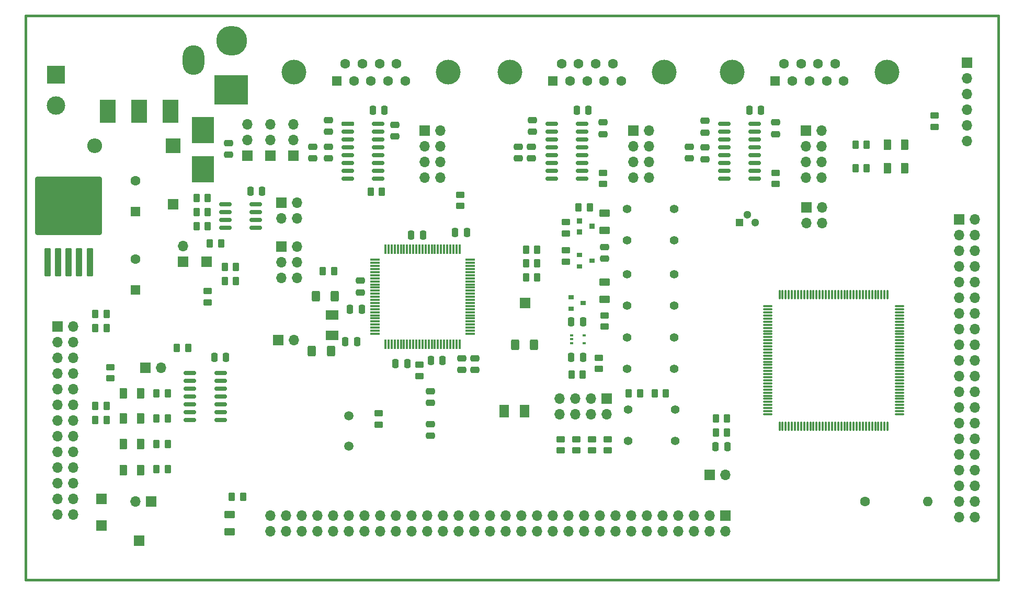
<source format=gbr>
%TF.GenerationSoftware,KiCad,Pcbnew,8.99.0-344-gfbc433deaa-dirty*%
%TF.CreationDate,2024-03-11T18:45:51+01:00*%
%TF.ProjectId,kit-dev-coldfire-xilinx_5213,6b69742d-6465-4762-9d63-6f6c64666972,2*%
%TF.SameCoordinates,Original*%
%TF.FileFunction,Soldermask,Top*%
%TF.FilePolarity,Negative*%
%FSLAX46Y46*%
G04 Gerber Fmt 4.6, Leading zero omitted, Abs format (unit mm)*
G04 Created by KiCad (PCBNEW 8.99.0-344-gfbc433deaa-dirty) date 2024-03-11 18:45:51*
%MOMM*%
%LPD*%
G01*
G04 APERTURE LIST*
G04 Aperture macros list*
%AMRoundRect*
0 Rectangle with rounded corners*
0 $1 Rounding radius*
0 $2 $3 $4 $5 $6 $7 $8 $9 X,Y pos of 4 corners*
0 Add a 4 corners polygon primitive as box body*
4,1,4,$2,$3,$4,$5,$6,$7,$8,$9,$2,$3,0*
0 Add four circle primitives for the rounded corners*
1,1,$1+$1,$2,$3*
1,1,$1+$1,$4,$5*
1,1,$1+$1,$6,$7*
1,1,$1+$1,$8,$9*
0 Add four rect primitives between the rounded corners*
20,1,$1+$1,$2,$3,$4,$5,0*
20,1,$1+$1,$4,$5,$6,$7,0*
20,1,$1+$1,$6,$7,$8,$9,0*
20,1,$1+$1,$8,$9,$2,$3,0*%
G04 Aperture macros list end*
%ADD10C,1.397000*%
%ADD11R,1.700000X1.700000*%
%ADD12O,1.700000X1.700000*%
%ADD13RoundRect,0.250000X-0.475000X0.250000X-0.475000X-0.250000X0.475000X-0.250000X0.475000X0.250000X0*%
%ADD14RoundRect,0.250000X0.475000X-0.250000X0.475000X0.250000X-0.475000X0.250000X-0.475000X-0.250000X0*%
%ADD15RoundRect,0.250000X0.250000X0.475000X-0.250000X0.475000X-0.250000X-0.475000X0.250000X-0.475000X0*%
%ADD16RoundRect,0.250000X-0.250000X-0.475000X0.250000X-0.475000X0.250000X0.475000X-0.250000X0.475000X0*%
%ADD17R,2.032000X1.524000*%
%ADD18R,1.524000X2.032000*%
%ADD19R,1.600000X1.600000*%
%ADD20C,1.600000*%
%ADD21R,0.900000X0.800000*%
%ADD22R,2.400000X2.400000*%
%ADD23O,2.400000X2.400000*%
%ADD24RoundRect,0.250000X0.375000X0.625000X-0.375000X0.625000X-0.375000X-0.625000X0.375000X-0.625000X0*%
%ADD25R,3.556000X4.191000*%
%ADD26RoundRect,0.250000X0.400000X0.625000X-0.400000X0.625000X-0.400000X-0.625000X0.400000X-0.625000X0*%
%ADD27R,5.500000X4.800600*%
%ADD28O,5.000000X4.800600*%
%ADD29O,3.500000X4.800600*%
%ADD30RoundRect,0.250000X-0.400000X-0.625000X0.400000X-0.625000X0.400000X0.625000X-0.400000X0.625000X0*%
%ADD31RoundRect,0.250000X-0.375000X-0.625000X0.375000X-0.625000X0.375000X0.625000X-0.375000X0.625000X0*%
%ADD32RoundRect,0.250000X0.625000X-0.375000X0.625000X0.375000X-0.625000X0.375000X-0.625000X-0.375000X0*%
%ADD33R,1.300000X1.300000*%
%ADD34C,1.300000*%
%ADD35R,0.914400X0.914400*%
%ADD36RoundRect,0.250000X0.450000X-0.262500X0.450000X0.262500X-0.450000X0.262500X-0.450000X-0.262500X0*%
%ADD37RoundRect,0.250000X-0.262500X-0.450000X0.262500X-0.450000X0.262500X0.450000X-0.262500X0.450000X0*%
%ADD38RoundRect,0.250000X0.262500X0.450000X-0.262500X0.450000X-0.262500X-0.450000X0.262500X-0.450000X0*%
%ADD39RoundRect,0.250000X-0.450000X0.262500X-0.450000X-0.262500X0.450000X-0.262500X0.450000X0.262500X0*%
%ADD40O,1.600000X1.600000*%
%ADD41R,2.540000X3.810000*%
%ADD42R,3.000000X3.000000*%
%ADD43C,3.000000*%
%ADD44RoundRect,0.075000X-0.075000X0.725000X-0.075000X-0.725000X0.075000X-0.725000X0.075000X0.725000X0*%
%ADD45RoundRect,0.075000X-0.725000X0.075000X-0.725000X-0.075000X0.725000X-0.075000X0.725000X0.075000X0*%
%ADD46R,0.508000X0.304800*%
%ADD47RoundRect,0.150000X-0.825000X-0.150000X0.825000X-0.150000X0.825000X0.150000X-0.825000X0.150000X0*%
%ADD48RoundRect,0.150000X0.825000X0.150000X-0.825000X0.150000X-0.825000X-0.150000X0.825000X-0.150000X0*%
%ADD49RoundRect,0.088235X-0.886765X-0.211765X0.886765X-0.211765X0.886765X0.211765X-0.886765X0.211765X0*%
%ADD50RoundRect,0.250000X0.300000X-2.050000X0.300000X2.050000X-0.300000X2.050000X-0.300000X-2.050000X0*%
%ADD51RoundRect,0.250002X5.149998X-4.449998X5.149998X4.449998X-5.149998X4.449998X-5.149998X-4.449998X0*%
%ADD52C,1.500000*%
%ADD53RoundRect,0.075000X-0.075000X0.662500X-0.075000X-0.662500X0.075000X-0.662500X0.075000X0.662500X0*%
%ADD54RoundRect,0.075000X-0.662500X0.075000X-0.662500X-0.075000X0.662500X-0.075000X0.662500X0.075000X0*%
%ADD55C,4.000000*%
%TA.AperFunction,Profile*%
%ADD56C,0.381000*%
%TD*%
G04 APERTURE END LIST*
D10*
%TO.C,ABRT_SW101*%
X168529000Y-97790000D03*
X176149000Y-97790000D03*
X168529000Y-102870000D03*
X176149000Y-102870000D03*
%TD*%
D11*
%TO.C,ALLPST101*%
X152019000Y-102489000D03*
%TD*%
%TO.C,BDM_PORT101*%
X76327000Y-106299000D03*
D12*
X78867000Y-106299000D03*
X76327000Y-108839000D03*
X78867000Y-108839000D03*
X76327000Y-111379000D03*
X78867000Y-111379000D03*
X76327000Y-113919000D03*
X78867000Y-113919000D03*
X76327000Y-116459000D03*
X78867000Y-116459000D03*
X76327000Y-118999000D03*
X78867000Y-118999000D03*
X76327000Y-121539000D03*
X78867000Y-121539000D03*
X76327000Y-124079000D03*
X78867000Y-124079000D03*
X76327000Y-126619000D03*
X78867000Y-126619000D03*
X76327000Y-129159000D03*
X78867000Y-129159000D03*
X76327000Y-131699000D03*
X78867000Y-131699000D03*
X76327000Y-134239000D03*
X78867000Y-134239000D03*
X76327000Y-136779000D03*
X78867000Y-136779000D03*
%TD*%
D13*
%TO.C,C107*%
X136652000Y-116779000D03*
X136652000Y-118679000D03*
%TD*%
D14*
%TO.C,C106*%
X136652000Y-124013000D03*
X136652000Y-122113000D03*
%TD*%
%TO.C,C105*%
X164846000Y-95311000D03*
X164846000Y-93411000D03*
%TD*%
D15*
%TO.C,C110*%
X142555000Y-91059000D03*
X140655000Y-91059000D03*
%TD*%
%TO.C,C111*%
X135443000Y-91440000D03*
X133543000Y-91440000D03*
%TD*%
D13*
%TO.C,C113*%
X125349000Y-98872000D03*
X125349000Y-100772000D03*
%TD*%
D15*
%TO.C,C114*%
X125537000Y-103505000D03*
X123637000Y-103505000D03*
%TD*%
%TO.C,C115*%
X132903000Y-112268000D03*
X131003000Y-112268000D03*
%TD*%
%TO.C,C116*%
X138618000Y-111760000D03*
X136718000Y-111760000D03*
%TD*%
D16*
%TO.C,C101*%
X159451000Y-105537000D03*
X161351000Y-105537000D03*
%TD*%
D15*
%TO.C,C104*%
X161351000Y-111252000D03*
X159451000Y-111252000D03*
%TD*%
D17*
%TO.C,C108*%
X120777000Y-107696000D03*
X120777000Y-104394000D03*
%TD*%
D18*
%TO.C,C119*%
X148590000Y-120015000D03*
X151892000Y-120015000D03*
%TD*%
D16*
%TO.C,C109*%
X122875000Y-108712000D03*
X124775000Y-108712000D03*
%TD*%
D13*
%TO.C,C102*%
X141732000Y-111445000D03*
X141732000Y-113345000D03*
%TD*%
%TO.C,C103*%
X143891000Y-111445000D03*
X143891000Y-113345000D03*
%TD*%
%TO.C,C203*%
X192532000Y-73218000D03*
X192532000Y-75118000D03*
%TD*%
D15*
%TO.C,C204*%
X190180000Y-71247000D03*
X188280000Y-71247000D03*
%TD*%
D13*
%TO.C,C205*%
X181102000Y-72964000D03*
X181102000Y-74864000D03*
%TD*%
%TO.C,C206*%
X181102000Y-77282000D03*
X181102000Y-79182000D03*
%TD*%
D16*
%TO.C,C202*%
X101666000Y-111252000D03*
X103566000Y-111252000D03*
%TD*%
D14*
%TO.C,C207*%
X178562000Y-79055000D03*
X178562000Y-77155000D03*
%TD*%
D13*
%TO.C,C208*%
X164592000Y-73218000D03*
X164592000Y-75118000D03*
%TD*%
D15*
%TO.C,C209*%
X162240000Y-71247000D03*
X160340000Y-71247000D03*
%TD*%
D13*
%TO.C,C210*%
X153162000Y-72837000D03*
X153162000Y-74737000D03*
%TD*%
%TO.C,C211*%
X153035000Y-77155000D03*
X153035000Y-79055000D03*
%TD*%
D14*
%TO.C,C214*%
X150876000Y-79055000D03*
X150876000Y-77155000D03*
%TD*%
D16*
%TO.C,C219*%
X107508000Y-84328000D03*
X109408000Y-84328000D03*
%TD*%
D15*
%TO.C,C217*%
X129220000Y-71247000D03*
X127320000Y-71247000D03*
%TD*%
D13*
%TO.C,C220*%
X120142000Y-77155000D03*
X120142000Y-79055000D03*
%TD*%
D19*
%TO.C,C212*%
X88900000Y-87630000D03*
D20*
X88900000Y-82630000D03*
%TD*%
D19*
%TO.C,C215*%
X88900000Y-100330000D03*
D20*
X88900000Y-95330000D03*
%TD*%
D14*
%TO.C,C213*%
X104000000Y-78450000D03*
X104000000Y-76550000D03*
%TD*%
D16*
%TO.C,C201*%
X182819000Y-125730000D03*
X184719000Y-125730000D03*
%TD*%
D13*
%TO.C,C218*%
X120142000Y-72837000D03*
X120142000Y-74737000D03*
%TD*%
D14*
%TO.C,C221*%
X117602000Y-79055000D03*
X117602000Y-77155000D03*
%TD*%
D13*
%TO.C,C216*%
X130937000Y-73599000D03*
X130937000Y-75499000D03*
%TD*%
D11*
%TO.C,CAN_TERM201*%
X96647000Y-95758000D03*
D12*
X96647000Y-93218000D03*
%TD*%
D11*
%TO.C,CLKOUT101*%
X83439000Y-134239000D03*
%TD*%
%TO.C,COM_SEL203*%
X114500000Y-78613000D03*
D12*
X114500000Y-76073000D03*
X114500000Y-73533000D03*
%TD*%
D11*
%TO.C,COM_SEL202*%
X110744000Y-78613000D03*
D12*
X110744000Y-76073000D03*
X110744000Y-73533000D03*
%TD*%
D11*
%TO.C,CT101*%
X91440000Y-134620000D03*
D12*
X88900000Y-134620000D03*
%TD*%
D21*
%TO.C,D101*%
X159401000Y-103439000D03*
X161401000Y-102489000D03*
X159401000Y-101539000D03*
%TD*%
%TO.C,D102*%
X160798000Y-96581000D03*
X162798000Y-95631000D03*
X160798000Y-94681000D03*
%TD*%
D22*
%TO.C,D201*%
X95000000Y-77000000D03*
D23*
X82300000Y-77000000D03*
%TD*%
D24*
%TO.C,D301*%
X213490000Y-76835000D03*
X210690000Y-76835000D03*
%TD*%
%TO.C,D302*%
X213490000Y-80645000D03*
X210690000Y-80645000D03*
%TD*%
D25*
%TO.C,F201*%
X99800000Y-74425000D03*
X99800000Y-80775000D03*
%TD*%
D26*
%TO.C,FB101*%
X121184000Y-101346000D03*
X118084000Y-101346000D03*
%TD*%
D11*
%TO.C,GND101*%
X89535000Y-140970000D03*
%TD*%
D27*
%TO.C,J201*%
X104400000Y-67900000D03*
D28*
X104500000Y-60000000D03*
D29*
X98300000Y-63100000D03*
%TD*%
D30*
%TO.C,L102*%
X117449000Y-110236000D03*
X120549000Y-110236000D03*
%TD*%
D26*
%TO.C,L101*%
X153442000Y-109220000D03*
X150342000Y-109220000D03*
%TD*%
D31*
%TO.C,LED201*%
X86992000Y-117094000D03*
X89792000Y-117094000D03*
%TD*%
%TO.C,LED202*%
X86992000Y-121158000D03*
X89792000Y-121158000D03*
%TD*%
%TO.C,LED203*%
X86992000Y-125349000D03*
X89792000Y-125349000D03*
%TD*%
%TO.C,LED204*%
X86992000Y-129540000D03*
X89792000Y-129540000D03*
%TD*%
D32*
%TO.C,LED205*%
X104140000Y-139576000D03*
X104140000Y-136776000D03*
%TD*%
%TO.C,LEDABRT101*%
X164846000Y-101857000D03*
X164846000Y-99057000D03*
%TD*%
D33*
%TO.C,LV101*%
X186690000Y-89408000D03*
D34*
X187960000Y-88138000D03*
X189230000Y-89408000D03*
%TD*%
D11*
%TO.C,MCU_PORT201*%
X184404000Y-136906000D03*
D12*
X184404000Y-139446000D03*
X181864000Y-136906000D03*
X181864000Y-139446000D03*
X179324000Y-136906000D03*
X179324000Y-139446000D03*
X176784000Y-136906000D03*
X176784000Y-139446000D03*
X174244000Y-136906000D03*
X174244000Y-139446000D03*
X171704000Y-136906000D03*
X171704000Y-139446000D03*
X169164000Y-136906000D03*
X169164000Y-139446000D03*
X166624000Y-136906000D03*
X166624000Y-139446000D03*
X164084000Y-136906000D03*
X164084000Y-139446000D03*
X161544000Y-136906000D03*
X161544000Y-139446000D03*
X159004000Y-136906000D03*
X159004000Y-139446000D03*
X156464000Y-136906000D03*
X156464000Y-139446000D03*
X153924000Y-136906000D03*
X153924000Y-139446000D03*
X151384000Y-136906000D03*
X151384000Y-139446000D03*
X148844000Y-136906000D03*
X148844000Y-139446000D03*
X146304000Y-136906000D03*
X146304000Y-139446000D03*
X143764000Y-136906000D03*
X143764000Y-139446000D03*
X141224000Y-136906000D03*
X141224000Y-139446000D03*
X138684000Y-136906000D03*
X138684000Y-139446000D03*
X136144000Y-136906000D03*
X136144000Y-139446000D03*
X133604000Y-136906000D03*
X133604000Y-139446000D03*
X131064000Y-136906000D03*
X131064000Y-139446000D03*
X128524000Y-136906000D03*
X128524000Y-139446000D03*
X125984000Y-136906000D03*
X125984000Y-139446000D03*
X123444000Y-136906000D03*
X123444000Y-139446000D03*
X120904000Y-136906000D03*
X120904000Y-139446000D03*
X118364000Y-136906000D03*
X118364000Y-139446000D03*
X115824000Y-136906000D03*
X115824000Y-139446000D03*
X113284000Y-136906000D03*
X113284000Y-139446000D03*
X110744000Y-136906000D03*
X110744000Y-139446000D03*
%TD*%
D11*
%TO.C,P301*%
X223520000Y-63500000D03*
D12*
X223520000Y-66040000D03*
X223520000Y-68580000D03*
X223520000Y-71120000D03*
X223520000Y-73660000D03*
X223520000Y-76200000D03*
%TD*%
D11*
%TO.C,P303*%
X222250000Y-88900000D03*
D12*
X224790000Y-88900000D03*
X222250000Y-91440000D03*
X224790000Y-91440000D03*
X222250000Y-93980000D03*
X224790000Y-93980000D03*
X222250000Y-96520000D03*
X224790000Y-96520000D03*
X222250000Y-99060000D03*
X224790000Y-99060000D03*
X222250000Y-101600000D03*
X224790000Y-101600000D03*
X222250000Y-104140000D03*
X224790000Y-104140000D03*
X222250000Y-106680000D03*
X224790000Y-106680000D03*
X222250000Y-109220000D03*
X224790000Y-109220000D03*
X222250000Y-111760000D03*
X224790000Y-111760000D03*
X222250000Y-114300000D03*
X224790000Y-114300000D03*
X222250000Y-116840000D03*
X224790000Y-116840000D03*
X222250000Y-119380000D03*
X224790000Y-119380000D03*
X222250000Y-121920000D03*
X224790000Y-121920000D03*
X222250000Y-124460000D03*
X224790000Y-124460000D03*
X222250000Y-127000000D03*
X224790000Y-127000000D03*
X222250000Y-129540000D03*
X224790000Y-129540000D03*
X222250000Y-132080000D03*
X224790000Y-132080000D03*
X222250000Y-134620000D03*
X224790000Y-134620000D03*
X222250000Y-137160000D03*
X224790000Y-137160000D03*
%TD*%
D11*
%TO.C,PULUPEN201*%
X165227000Y-117983000D03*
D12*
X165227000Y-120523000D03*
X162687000Y-117983000D03*
X162687000Y-120523000D03*
X160147000Y-117983000D03*
X160147000Y-120523000D03*
X157607000Y-117983000D03*
X157607000Y-120523000D03*
%TD*%
D35*
%TO.C,Q101*%
X160782000Y-90932000D03*
X160782000Y-89154000D03*
X162814000Y-90043000D03*
%TD*%
D36*
%TO.C,R125*%
X128270000Y-122197500D03*
X128270000Y-120372500D03*
%TD*%
D37*
%TO.C,R102*%
X103354500Y-96647000D03*
X105179500Y-96647000D03*
%TD*%
D38*
%TO.C,R118*%
X184681500Y-121158000D03*
X182856500Y-121158000D03*
%TD*%
%TO.C,R119*%
X184681500Y-123444000D03*
X182856500Y-123444000D03*
%TD*%
D37*
%TO.C,R120*%
X152122500Y-93853000D03*
X153947500Y-93853000D03*
%TD*%
D39*
%TO.C,R104*%
X163957000Y-111355500D03*
X163957000Y-113180500D03*
%TD*%
D37*
%TO.C,R121*%
X168759500Y-117094000D03*
X170584500Y-117094000D03*
%TD*%
D36*
%TO.C,R113*%
X141478000Y-86764500D03*
X141478000Y-84939500D03*
%TD*%
D38*
%TO.C,R122*%
X174775500Y-117094000D03*
X172950500Y-117094000D03*
%TD*%
D37*
%TO.C,R123*%
X152122500Y-98298000D03*
X153947500Y-98298000D03*
%TD*%
D38*
%TO.C,R105*%
X161313500Y-114046000D03*
X159488500Y-114046000D03*
%TD*%
D37*
%TO.C,R124*%
X152122500Y-96012000D03*
X153947500Y-96012000D03*
%TD*%
D39*
%TO.C,R103*%
X164846000Y-104497500D03*
X164846000Y-106322500D03*
%TD*%
D36*
%TO.C,R106*%
X158623000Y-95781500D03*
X158623000Y-93956500D03*
%TD*%
D38*
%TO.C,R111*%
X121054500Y-97282000D03*
X119229500Y-97282000D03*
%TD*%
%TO.C,R107*%
X84224500Y-104267000D03*
X82399500Y-104267000D03*
%TD*%
%TO.C,R108*%
X84224500Y-106553000D03*
X82399500Y-106553000D03*
%TD*%
%TO.C,R109*%
X84224500Y-119126000D03*
X82399500Y-119126000D03*
%TD*%
%TO.C,R110*%
X84224500Y-121412000D03*
X82399500Y-121412000D03*
%TD*%
D36*
%TO.C,R115*%
X158623000Y-91209500D03*
X158623000Y-89384500D03*
%TD*%
D37*
%TO.C,R116*%
X160631500Y-86995000D03*
X162456500Y-86995000D03*
%TD*%
D38*
%TO.C,R215*%
X128801500Y-84455000D03*
X126976500Y-84455000D03*
%TD*%
D37*
%TO.C,R101*%
X103354500Y-98933000D03*
X105179500Y-98933000D03*
%TD*%
D39*
%TO.C,R117*%
X84836000Y-112879500D03*
X84836000Y-114704500D03*
%TD*%
D37*
%TO.C,R202*%
X92305500Y-117094000D03*
X94130500Y-117094000D03*
%TD*%
D36*
%TO.C,R205*%
X192532000Y-83208500D03*
X192532000Y-81383500D03*
%TD*%
D37*
%TO.C,R203*%
X92305500Y-121158000D03*
X94130500Y-121158000D03*
%TD*%
%TO.C,R204*%
X92305500Y-125349000D03*
X94130500Y-125349000D03*
%TD*%
%TO.C,R206*%
X92305500Y-129413000D03*
X94130500Y-129413000D03*
%TD*%
D38*
%TO.C,R201*%
X97432500Y-109728000D03*
X95607500Y-109728000D03*
%TD*%
D36*
%TO.C,R208*%
X164592000Y-83208500D03*
X164592000Y-81383500D03*
%TD*%
D37*
%TO.C,R210*%
X100941500Y-92837000D03*
X102766500Y-92837000D03*
%TD*%
D38*
%TO.C,R209*%
X100607500Y-85471000D03*
X98782500Y-85471000D03*
%TD*%
D36*
%TO.C,R112*%
X100584000Y-102385500D03*
X100584000Y-100560500D03*
%TD*%
D39*
%TO.C,R114*%
X134874000Y-112498500D03*
X134874000Y-114323500D03*
%TD*%
D36*
%TO.C,R214*%
X157734000Y-126388500D03*
X157734000Y-124563500D03*
%TD*%
%TO.C,R213*%
X160274000Y-126388500D03*
X160274000Y-124563500D03*
%TD*%
%TO.C,R212*%
X162814000Y-126388500D03*
X162814000Y-124563500D03*
%TD*%
%TO.C,R211*%
X165354000Y-126388500D03*
X165354000Y-124563500D03*
%TD*%
D37*
%TO.C,R207*%
X104497500Y-133858000D03*
X106322500Y-133858000D03*
%TD*%
D39*
%TO.C,R301*%
X218250000Y-72087500D03*
X218250000Y-73912500D03*
%TD*%
D37*
%TO.C,R303*%
X205462500Y-76835000D03*
X207287500Y-76835000D03*
%TD*%
%TO.C,R304*%
X205462500Y-80645000D03*
X207287500Y-80645000D03*
%TD*%
D20*
%TO.C,R302*%
X207010000Y-134620000D03*
D40*
X217170000Y-134620000D03*
%TD*%
D37*
%TO.C,RCAN202*%
X98782500Y-87757000D03*
X100607500Y-87757000D03*
%TD*%
%TO.C,RCAN201*%
X98782500Y-90043000D03*
X100607500Y-90043000D03*
%TD*%
D32*
%TO.C,LED_RST101*%
X164846000Y-90681000D03*
X164846000Y-87881000D03*
%TD*%
D11*
%TO.C,RS201*%
X100457000Y-95758000D03*
%TD*%
D10*
%TO.C,RST_SW101*%
X176149000Y-92329000D03*
X168529000Y-92329000D03*
X176149000Y-87249000D03*
X168529000Y-87249000D03*
%TD*%
%TO.C,SW201*%
X168529000Y-108077000D03*
X176149000Y-108077000D03*
X168529000Y-113157000D03*
X176149000Y-113157000D03*
%TD*%
%TO.C,SW202*%
X168656000Y-119761000D03*
X176276000Y-119761000D03*
X168656000Y-124841000D03*
X176276000Y-124841000D03*
%TD*%
D41*
%TO.C,SW_ONOFF201*%
X84420000Y-71374000D03*
X89500000Y-71374000D03*
X94580000Y-71374000D03*
%TD*%
D11*
%TO.C,TA-101*%
X83439000Y-138557000D03*
%TD*%
D42*
%TO.C,TB201*%
X76000000Y-65500000D03*
D43*
X76000000Y-70500000D03*
%TD*%
D44*
%TO.C,U102*%
X141382000Y-93798000D03*
X140882000Y-93798000D03*
X140382000Y-93798000D03*
X139882000Y-93798000D03*
X139382000Y-93798000D03*
X138882000Y-93798000D03*
X138382000Y-93798000D03*
X137882000Y-93798000D03*
X137382000Y-93798000D03*
X136882000Y-93798000D03*
X136382000Y-93798000D03*
X135882000Y-93798000D03*
X135382000Y-93798000D03*
X134882000Y-93798000D03*
X134382000Y-93798000D03*
X133882000Y-93798000D03*
X133382000Y-93798000D03*
X132882000Y-93798000D03*
X132382000Y-93798000D03*
X131882000Y-93798000D03*
X131382000Y-93798000D03*
X130882000Y-93798000D03*
X130382000Y-93798000D03*
X129882000Y-93798000D03*
X129382000Y-93798000D03*
D45*
X127707000Y-95473000D03*
X127707000Y-95973000D03*
X127707000Y-96473000D03*
X127707000Y-96973000D03*
X127707000Y-97473000D03*
X127707000Y-97973000D03*
X127707000Y-98473000D03*
X127707000Y-98973000D03*
X127707000Y-99473000D03*
X127707000Y-99973000D03*
X127707000Y-100473000D03*
X127707000Y-100973000D03*
X127707000Y-101473000D03*
X127707000Y-101973000D03*
X127707000Y-102473000D03*
X127707000Y-102973000D03*
X127707000Y-103473000D03*
X127707000Y-103973000D03*
X127707000Y-104473000D03*
X127707000Y-104973000D03*
X127707000Y-105473000D03*
X127707000Y-105973000D03*
X127707000Y-106473000D03*
X127707000Y-106973000D03*
X127707000Y-107473000D03*
D44*
X129382000Y-109148000D03*
X129882000Y-109148000D03*
X130382000Y-109148000D03*
X130882000Y-109148000D03*
X131382000Y-109148000D03*
X131882000Y-109148000D03*
X132382000Y-109148000D03*
X132882000Y-109148000D03*
X133382000Y-109148000D03*
X133882000Y-109148000D03*
X134382000Y-109148000D03*
X134882000Y-109148000D03*
X135382000Y-109148000D03*
X135882000Y-109148000D03*
X136382000Y-109148000D03*
X136882000Y-109148000D03*
X137382000Y-109148000D03*
X137882000Y-109148000D03*
X138382000Y-109148000D03*
X138882000Y-109148000D03*
X139382000Y-109148000D03*
X139882000Y-109148000D03*
X140382000Y-109148000D03*
X140882000Y-109148000D03*
X141382000Y-109148000D03*
D45*
X143057000Y-107473000D03*
X143057000Y-106973000D03*
X143057000Y-106473000D03*
X143057000Y-105973000D03*
X143057000Y-105473000D03*
X143057000Y-104973000D03*
X143057000Y-104473000D03*
X143057000Y-103973000D03*
X143057000Y-103473000D03*
X143057000Y-102973000D03*
X143057000Y-102473000D03*
X143057000Y-101973000D03*
X143057000Y-101473000D03*
X143057000Y-100973000D03*
X143057000Y-100473000D03*
X143057000Y-99973000D03*
X143057000Y-99473000D03*
X143057000Y-98973000D03*
X143057000Y-98473000D03*
X143057000Y-97973000D03*
X143057000Y-97473000D03*
X143057000Y-96973000D03*
X143057000Y-96473000D03*
X143057000Y-95973000D03*
X143057000Y-95473000D03*
%TD*%
D46*
%TO.C,U101*%
X159512000Y-107696000D03*
X159512000Y-108331000D03*
X159512000Y-108966000D03*
X161544000Y-108966000D03*
X161544000Y-107696000D03*
%TD*%
D47*
%TO.C,U202*%
X184215000Y-73406000D03*
X184215000Y-74676000D03*
X184215000Y-75946000D03*
X184215000Y-77216000D03*
X184215000Y-78486000D03*
X184215000Y-79756000D03*
X184215000Y-81026000D03*
X184215000Y-82296000D03*
X189165000Y-82296000D03*
X189165000Y-81026000D03*
X189165000Y-79756000D03*
X189165000Y-78486000D03*
X189165000Y-77216000D03*
X189165000Y-75946000D03*
X189165000Y-74676000D03*
X189165000Y-73406000D03*
%TD*%
%TO.C,U203*%
X156275000Y-73406000D03*
X156275000Y-74676000D03*
X156275000Y-75946000D03*
X156275000Y-77216000D03*
X156275000Y-78486000D03*
X156275000Y-79756000D03*
X156275000Y-81026000D03*
X156275000Y-82296000D03*
X161225000Y-82296000D03*
X161225000Y-81026000D03*
X161225000Y-79756000D03*
X161225000Y-78486000D03*
X161225000Y-77216000D03*
X161225000Y-75946000D03*
X161225000Y-74676000D03*
X161225000Y-73406000D03*
%TD*%
D48*
%TO.C,U205*%
X108393000Y-90297000D03*
X108393000Y-89027000D03*
X108393000Y-87757000D03*
X108393000Y-86487000D03*
X103443000Y-86487000D03*
X103443000Y-87757000D03*
X103443000Y-89027000D03*
X103443000Y-90297000D03*
%TD*%
D49*
%TO.C,U204*%
X123255000Y-73406000D03*
D47*
X123255000Y-74676000D03*
X123255000Y-75946000D03*
X123255000Y-77216000D03*
X123255000Y-78486000D03*
X123255000Y-79756000D03*
X123255000Y-81026000D03*
X123255000Y-82296000D03*
X128205000Y-82296000D03*
X128205000Y-81026000D03*
X128205000Y-79756000D03*
X128205000Y-78486000D03*
X128205000Y-77216000D03*
X128205000Y-75946000D03*
X128205000Y-74676000D03*
X128205000Y-73406000D03*
%TD*%
D11*
%TO.C,UART_EN201*%
X197485000Y-74549000D03*
D12*
X200025000Y-74549000D03*
X197485000Y-77089000D03*
X200025000Y-77089000D03*
X197485000Y-79629000D03*
X200025000Y-79629000D03*
X197485000Y-82169000D03*
X200025000Y-82169000D03*
%TD*%
D11*
%TO.C,UART_EN202*%
X169545000Y-74549000D03*
D12*
X172085000Y-74549000D03*
X169545000Y-77089000D03*
X172085000Y-77089000D03*
X169545000Y-79629000D03*
X172085000Y-79629000D03*
X169545000Y-82169000D03*
X172085000Y-82169000D03*
%TD*%
D11*
%TO.C,UART_EN203*%
X135763000Y-74549000D03*
D12*
X138303000Y-74549000D03*
X135763000Y-77089000D03*
X138303000Y-77089000D03*
X135763000Y-79629000D03*
X138303000Y-79629000D03*
X135763000Y-82169000D03*
X138303000Y-82169000D03*
%TD*%
D11*
%TO.C,VDDA101*%
X112014000Y-108458000D03*
D12*
X114554000Y-108458000D03*
%TD*%
D50*
%TO.C,VR201*%
X74705000Y-95915000D03*
X76405000Y-95915000D03*
X78105000Y-95915000D03*
D51*
X78105000Y-86765000D03*
D50*
X79805000Y-95915000D03*
X81505000Y-95915000D03*
%TD*%
D52*
%TO.C,Y101*%
X123444000Y-120777000D03*
X123444000Y-125677000D03*
%TD*%
D53*
%TO.C,U301*%
X210680000Y-101097500D03*
X210180000Y-101097500D03*
X209680000Y-101097500D03*
X209180000Y-101097500D03*
X208680000Y-101097500D03*
X208180000Y-101097500D03*
X207680000Y-101097500D03*
X207180000Y-101097500D03*
X206680000Y-101097500D03*
X206180000Y-101097500D03*
X205680000Y-101097500D03*
X205180000Y-101097500D03*
X204680000Y-101097500D03*
X204180000Y-101097500D03*
X203680000Y-101097500D03*
X203180000Y-101097500D03*
X202680000Y-101097500D03*
X202180000Y-101097500D03*
X201680000Y-101097500D03*
X201180000Y-101097500D03*
X200680000Y-101097500D03*
X200180000Y-101097500D03*
X199680000Y-101097500D03*
X199180000Y-101097500D03*
X198680000Y-101097500D03*
X198180000Y-101097500D03*
X197680000Y-101097500D03*
X197180000Y-101097500D03*
X196680000Y-101097500D03*
X196180000Y-101097500D03*
X195680000Y-101097500D03*
X195180000Y-101097500D03*
X194680000Y-101097500D03*
X194180000Y-101097500D03*
X193680000Y-101097500D03*
X193180000Y-101097500D03*
D54*
X191267500Y-103010000D03*
X191267500Y-103510000D03*
X191267500Y-104010000D03*
X191267500Y-104510000D03*
X191267500Y-105010000D03*
X191267500Y-105510000D03*
X191267500Y-106010000D03*
X191267500Y-106510000D03*
X191267500Y-107010000D03*
X191267500Y-107510000D03*
X191267500Y-108010000D03*
X191267500Y-108510000D03*
X191267500Y-109010000D03*
X191267500Y-109510000D03*
X191267500Y-110010000D03*
X191267500Y-110510000D03*
X191267500Y-111010000D03*
X191267500Y-111510000D03*
X191267500Y-112010000D03*
X191267500Y-112510000D03*
X191267500Y-113010000D03*
X191267500Y-113510000D03*
X191267500Y-114010000D03*
X191267500Y-114510000D03*
X191267500Y-115010000D03*
X191267500Y-115510000D03*
X191267500Y-116010000D03*
X191267500Y-116510000D03*
X191267500Y-117010000D03*
X191267500Y-117510000D03*
X191267500Y-118010000D03*
X191267500Y-118510000D03*
X191267500Y-119010000D03*
X191267500Y-119510000D03*
X191267500Y-120010000D03*
X191267500Y-120510000D03*
D53*
X193180000Y-122422500D03*
X193680000Y-122422500D03*
X194180000Y-122422500D03*
X194680000Y-122422500D03*
X195180000Y-122422500D03*
X195680000Y-122422500D03*
X196180000Y-122422500D03*
X196680000Y-122422500D03*
X197180000Y-122422500D03*
X197680000Y-122422500D03*
X198180000Y-122422500D03*
X198680000Y-122422500D03*
X199180000Y-122422500D03*
X199680000Y-122422500D03*
X200180000Y-122422500D03*
X200680000Y-122422500D03*
X201180000Y-122422500D03*
X201680000Y-122422500D03*
X202180000Y-122422500D03*
X202680000Y-122422500D03*
X203180000Y-122422500D03*
X203680000Y-122422500D03*
X204180000Y-122422500D03*
X204680000Y-122422500D03*
X205180000Y-122422500D03*
X205680000Y-122422500D03*
X206180000Y-122422500D03*
X206680000Y-122422500D03*
X207180000Y-122422500D03*
X207680000Y-122422500D03*
X208180000Y-122422500D03*
X208680000Y-122422500D03*
X209180000Y-122422500D03*
X209680000Y-122422500D03*
X210180000Y-122422500D03*
X210680000Y-122422500D03*
D54*
X212592500Y-120510000D03*
X212592500Y-120010000D03*
X212592500Y-119510000D03*
X212592500Y-119010000D03*
X212592500Y-118510000D03*
X212592500Y-118010000D03*
X212592500Y-117510000D03*
X212592500Y-117010000D03*
X212592500Y-116510000D03*
X212592500Y-116010000D03*
X212592500Y-115510000D03*
X212592500Y-115010000D03*
X212592500Y-114510000D03*
X212592500Y-114010000D03*
X212592500Y-113510000D03*
X212592500Y-113010000D03*
X212592500Y-112510000D03*
X212592500Y-112010000D03*
X212592500Y-111510000D03*
X212592500Y-111010000D03*
X212592500Y-110510000D03*
X212592500Y-110010000D03*
X212592500Y-109510000D03*
X212592500Y-109010000D03*
X212592500Y-108510000D03*
X212592500Y-108010000D03*
X212592500Y-107510000D03*
X212592500Y-107010000D03*
X212592500Y-106510000D03*
X212592500Y-106010000D03*
X212592500Y-105510000D03*
X212592500Y-105010000D03*
X212592500Y-104510000D03*
X212592500Y-104010000D03*
X212592500Y-103510000D03*
X212592500Y-103010000D03*
%TD*%
D11*
%TO.C,CAN_EN201*%
X112522000Y-86233000D03*
D12*
X115062000Y-86233000D03*
X112522000Y-88773000D03*
X115062000Y-88773000D03*
%TD*%
D11*
%TO.C,VX_EN201*%
X181864000Y-130302000D03*
D12*
X184404000Y-130302000D03*
%TD*%
D47*
%TO.C,U201*%
X97728000Y-113792000D03*
X97728000Y-115062000D03*
X97728000Y-116332000D03*
X97728000Y-117602000D03*
X97728000Y-118872000D03*
X97728000Y-120142000D03*
X97728000Y-121412000D03*
X102678000Y-121412000D03*
X102678000Y-120142000D03*
X102678000Y-118872000D03*
X102678000Y-117602000D03*
X102678000Y-116332000D03*
X102678000Y-115062000D03*
X102678000Y-113792000D03*
%TD*%
D11*
%TO.C,JP101*%
X112522000Y-93345000D03*
D12*
X115062000Y-93345000D03*
X112522000Y-95885000D03*
X115062000Y-95885000D03*
X112522000Y-98425000D03*
X115062000Y-98425000D03*
%TD*%
D11*
%TO.C,P302*%
X197500000Y-87000000D03*
D12*
X200040000Y-87000000D03*
X197500000Y-89540000D03*
X200040000Y-89540000D03*
%TD*%
D11*
%TO.C,COM_SEL201*%
X107000000Y-78613000D03*
D12*
X107000000Y-76073000D03*
X107000000Y-73533000D03*
%TD*%
D11*
%TO.C,JP201*%
X90500000Y-113000000D03*
D12*
X93040000Y-113000000D03*
%TD*%
D55*
%TO.C,UARTCAN201*%
X210540000Y-65080000D03*
X185540000Y-65080000D03*
D19*
X192500000Y-66500000D03*
D20*
X195270000Y-66500000D03*
X198040000Y-66500000D03*
X200810000Y-66500000D03*
X203580000Y-66500000D03*
X193885000Y-63660000D03*
X196655000Y-63660000D03*
X199425000Y-63660000D03*
X202195000Y-63660000D03*
%TD*%
D55*
%TO.C,UARTCAN202*%
X174540000Y-65080000D03*
X149540000Y-65080000D03*
D19*
X156500000Y-66500000D03*
D20*
X159270000Y-66500000D03*
X162040000Y-66500000D03*
X164810000Y-66500000D03*
X167580000Y-66500000D03*
X157885000Y-63660000D03*
X160655000Y-63660000D03*
X163425000Y-63660000D03*
X166195000Y-63660000D03*
%TD*%
D55*
%TO.C,UARTCAN203*%
X139540000Y-65080000D03*
X114540000Y-65080000D03*
D19*
X121500000Y-66500000D03*
D20*
X124270000Y-66500000D03*
X127040000Y-66500000D03*
X129810000Y-66500000D03*
X132580000Y-66500000D03*
X122885000Y-63660000D03*
X125655000Y-63660000D03*
X128425000Y-63660000D03*
X131195000Y-63660000D03*
%TD*%
D11*
%TO.C,VREF201*%
X95000000Y-86500000D03*
%TD*%
D56*
X71120000Y-147320000D02*
X228600000Y-147320000D01*
X71120000Y-55880000D02*
X71120000Y-147320000D01*
X228600000Y-55880000D02*
X228600000Y-147320000D01*
X228600000Y-55880000D02*
X71120000Y-55880000D01*
M02*

</source>
